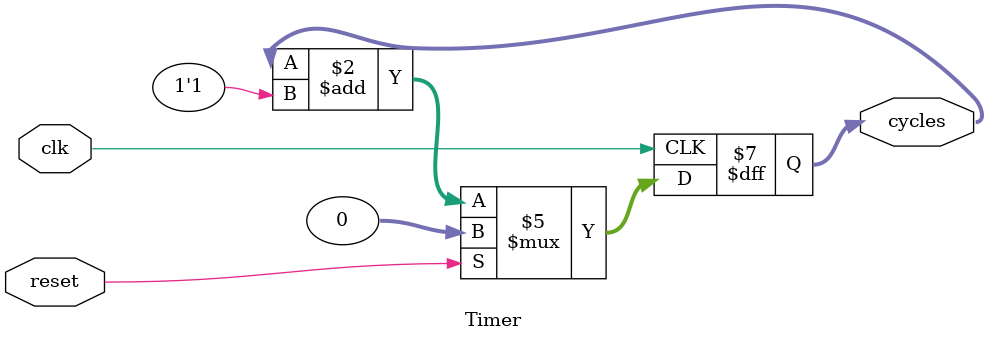
<source format=v>
module Timer(clk,reset,cycles);
	input clk,reset;
	output reg [31:0] cycles;
	
	initial begin
		cycles = 32'b0;
	end

	//calculate cycle number and reset
	always @(posedge clk) begin
		if(reset)
			cycles <= 0;
		else
			cycles <= cycles + 1'b1;
	end

endmodule
</source>
